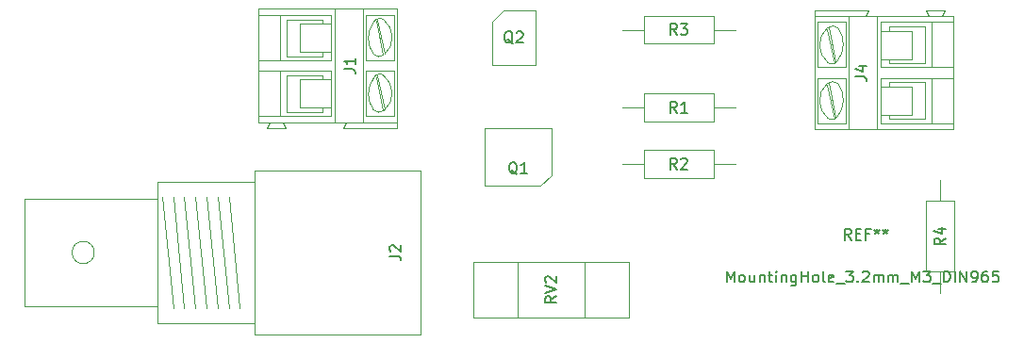
<source format=gbr>
G04 #@! TF.GenerationSoftware,KiCad,Pcbnew,5.0.2-bee76a0~70~ubuntu18.04.1*
G04 #@! TF.CreationDate,2019-02-20T20:53:16+00:00*
G04 #@! TF.ProjectId,led_driver,6c65645f-6472-4697-9665-722e6b696361,rev?*
G04 #@! TF.SameCoordinates,Original*
G04 #@! TF.FileFunction,Other,Fab,Top*
%FSLAX46Y46*%
G04 Gerber Fmt 4.6, Leading zero omitted, Abs format (unit mm)*
G04 Created by KiCad (PCBNEW 5.0.2-bee76a0~70~ubuntu18.04.1) date Wed 20 Feb 2019 20:53:16 GMT*
%MOMM*%
%LPD*%
G01*
G04 APERTURE LIST*
%ADD10C,0.100000*%
%ADD11C,0.150000*%
G04 APERTURE END LIST*
D10*
G04 #@! TO.C,J1*
X172952699Y-70890528D02*
G75*
G03X172024000Y-71033500I-408699J-432972D01*
G01*
X172965534Y-73993476D02*
G75*
G03X172894000Y-70833500I-1361534J1549976D01*
G01*
X172052582Y-70993671D02*
G75*
G03X172014000Y-73983500I1911418J-1519829D01*
G01*
X171980004Y-73939120D02*
G75*
G03X172944000Y-73983500I503996J455620D01*
G01*
X172952699Y-75890528D02*
G75*
G03X172024000Y-76033500I-408699J-432972D01*
G01*
X172955687Y-78991739D02*
G75*
G03X172894000Y-75843500I-1351687J1548239D01*
G01*
X172062263Y-76001167D02*
G75*
G03X172014000Y-78983500I1901737J-1522333D01*
G01*
X171970005Y-78939032D02*
G75*
G03X172944000Y-78993500I513995J455532D01*
G01*
X168144000Y-75813500D02*
X168144000Y-79123500D01*
X168144000Y-75433500D02*
X168144000Y-75813500D01*
X168144000Y-79503500D02*
X168144000Y-79123500D01*
X168534000Y-79123500D02*
X168534000Y-75813500D01*
X168534000Y-80063500D02*
X168534000Y-79123500D01*
X168534000Y-74113500D02*
X168534000Y-75813500D01*
X168534000Y-70813500D02*
X168534000Y-74113500D01*
X168534000Y-69873500D02*
X168534000Y-70813500D01*
X168144000Y-74113500D02*
X168144000Y-70813500D01*
X168144000Y-74493500D02*
X168144000Y-74113500D01*
X168144000Y-70433500D02*
X168144000Y-70813500D01*
X172214000Y-70963500D02*
X172844000Y-74013500D01*
X172344000Y-70833500D02*
X172974000Y-73893500D01*
X172214000Y-75973500D02*
X172844000Y-79013500D01*
X172344000Y-75843500D02*
X172974000Y-78893500D01*
X173864000Y-74493500D02*
X173864000Y-70433500D01*
X171324000Y-70433500D02*
X173864000Y-70433500D01*
X171324000Y-74493500D02*
X171324000Y-70433500D01*
X171324000Y-74493500D02*
X173864000Y-74493500D01*
X171324000Y-79503500D02*
X171324000Y-75433500D01*
X173864000Y-79503500D02*
X171324000Y-79503500D01*
X173864000Y-75433500D02*
X173864000Y-79503500D01*
X171324000Y-75433500D02*
X173864000Y-75433500D01*
X171064000Y-80063500D02*
X169544000Y-80063500D01*
X171064000Y-69873500D02*
X174114000Y-69873500D01*
X171064000Y-69873500D02*
X171064000Y-80063500D01*
X168534000Y-80063500D02*
X163834000Y-80063500D01*
X169544000Y-80063500D02*
X168534000Y-80063500D01*
X168534000Y-69873500D02*
X171064000Y-69873500D01*
X161674000Y-69873500D02*
X168534000Y-69873500D01*
X167384000Y-79123500D02*
X167384000Y-78733500D01*
X167384000Y-75813500D02*
X167384000Y-76193500D01*
X167384000Y-74113500D02*
X167384000Y-73733500D01*
X167384000Y-70813500D02*
X167384000Y-71193500D01*
X164214000Y-70813500D02*
X167384000Y-70813500D01*
X164214000Y-74113500D02*
X164214000Y-70813500D01*
X164214000Y-74113500D02*
X167384000Y-74113500D01*
X164214000Y-75813500D02*
X167384000Y-75813500D01*
X164214000Y-79123500D02*
X164214000Y-75813500D01*
X164214000Y-79123500D02*
X167384000Y-79123500D01*
X163574000Y-70433500D02*
X161674000Y-70433500D01*
X163574000Y-74493500D02*
X168144000Y-74493500D01*
X163574000Y-74493500D02*
X163574000Y-70433500D01*
X163574000Y-79503500D02*
X161674000Y-79503500D01*
X163574000Y-75433500D02*
X168144000Y-75433500D01*
X163574000Y-75433500D02*
X163574000Y-79503500D01*
X161674000Y-70433500D02*
X161674000Y-74493500D01*
X161674000Y-69873500D02*
X161674000Y-70433500D01*
X168144000Y-70433500D02*
X163574000Y-70433500D01*
X161674000Y-74493500D02*
X161674000Y-75433500D01*
X161674000Y-74493500D02*
X163574000Y-74493500D01*
X161674000Y-79503500D02*
X161674000Y-80063500D01*
X161674000Y-75433500D02*
X161674000Y-79503500D01*
X168144000Y-79503500D02*
X163574000Y-79503500D01*
X161674000Y-75433500D02*
X163574000Y-75433500D01*
X164084000Y-80563500D02*
X162434000Y-80563500D01*
X163834000Y-80063500D02*
X162684000Y-80063500D01*
X164084000Y-80563500D02*
X163834000Y-80063500D01*
X162684000Y-80063500D02*
X161674000Y-80063500D01*
X162434000Y-80563500D02*
X162684000Y-80063500D01*
X169294000Y-80563500D02*
X169544000Y-80063500D01*
X174114000Y-80563500D02*
X169294000Y-80563500D01*
X174114000Y-80063500D02*
X174114000Y-80563500D01*
X174114000Y-80063500D02*
X174114000Y-69873500D01*
X174114000Y-80063500D02*
X171064000Y-80063500D01*
X165354000Y-76193500D02*
X168144000Y-76193500D01*
X168144000Y-76193500D02*
X168144000Y-78733500D01*
X165354000Y-78733500D02*
X168144000Y-78733500D01*
X165354000Y-76193500D02*
X165354000Y-78733500D01*
X165354000Y-71193500D02*
X168144000Y-71193500D01*
X168144000Y-71193500D02*
X168144000Y-73733500D01*
X165354000Y-73733500D02*
X168144000Y-73733500D01*
X165354000Y-71193500D02*
X165354000Y-73733500D01*
G04 #@! TO.C,J2*
X153990000Y-96757500D02*
X152990000Y-86757500D01*
X154990000Y-96757500D02*
X153990000Y-86757500D01*
X155990000Y-96757500D02*
X154990000Y-86757500D01*
X156990000Y-96757500D02*
X155990000Y-86757500D01*
X157990000Y-96757500D02*
X156990000Y-86757500D01*
X158990000Y-96757500D02*
X157990000Y-86757500D01*
X146920000Y-91757500D02*
G75*
G03X146920000Y-91757500I-1000000J0D01*
G01*
X152590000Y-86957500D02*
X140690000Y-86957500D01*
X140690000Y-86957500D02*
X140690000Y-96557500D01*
X140690000Y-96557500D02*
X152590000Y-96557500D01*
X161290000Y-85407500D02*
X152590000Y-85407500D01*
X152590000Y-85407500D02*
X152590000Y-98107500D01*
X152590000Y-98107500D02*
X161290000Y-98107500D01*
X176190000Y-99107500D02*
X176190000Y-84407500D01*
X176190000Y-84407500D02*
X161290000Y-84407500D01*
X161290000Y-84407500D02*
X161290000Y-99107500D01*
X161290000Y-99107500D02*
X176190000Y-99107500D01*
X159990000Y-96757500D02*
X158990000Y-86757500D01*
G04 #@! TO.C,J4*
X220345000Y-79365000D02*
X220345000Y-76825000D01*
X220345000Y-76825000D02*
X217555000Y-76825000D01*
X217555000Y-79365000D02*
X217555000Y-76825000D01*
X220345000Y-79365000D02*
X217555000Y-79365000D01*
X220345000Y-74365000D02*
X220345000Y-71825000D01*
X220345000Y-71825000D02*
X217555000Y-71825000D01*
X217555000Y-74365000D02*
X217555000Y-71825000D01*
X220345000Y-74365000D02*
X217555000Y-74365000D01*
X211585000Y-70495000D02*
X214635000Y-70495000D01*
X211585000Y-70495000D02*
X211585000Y-80685000D01*
X211585000Y-70495000D02*
X211585000Y-69995000D01*
X211585000Y-69995000D02*
X216405000Y-69995000D01*
X216405000Y-69995000D02*
X216155000Y-70495000D01*
X223265000Y-69995000D02*
X223015000Y-70495000D01*
X223015000Y-70495000D02*
X224025000Y-70495000D01*
X221615000Y-69995000D02*
X221865000Y-70495000D01*
X221865000Y-70495000D02*
X223015000Y-70495000D01*
X221615000Y-69995000D02*
X223265000Y-69995000D01*
X224025000Y-75125000D02*
X222125000Y-75125000D01*
X217555000Y-71055000D02*
X222125000Y-71055000D01*
X224025000Y-75125000D02*
X224025000Y-71055000D01*
X224025000Y-71055000D02*
X224025000Y-70495000D01*
X224025000Y-76065000D02*
X222125000Y-76065000D01*
X224025000Y-76065000D02*
X224025000Y-75125000D01*
X217555000Y-80125000D02*
X222125000Y-80125000D01*
X224025000Y-80685000D02*
X224025000Y-80125000D01*
X224025000Y-80125000D02*
X224025000Y-76065000D01*
X222125000Y-75125000D02*
X222125000Y-71055000D01*
X222125000Y-75125000D02*
X217555000Y-75125000D01*
X222125000Y-71055000D02*
X224025000Y-71055000D01*
X222125000Y-76065000D02*
X222125000Y-80125000D01*
X222125000Y-76065000D02*
X217555000Y-76065000D01*
X222125000Y-80125000D02*
X224025000Y-80125000D01*
X221485000Y-71435000D02*
X218315000Y-71435000D01*
X221485000Y-71435000D02*
X221485000Y-74745000D01*
X221485000Y-74745000D02*
X218315000Y-74745000D01*
X221485000Y-76445000D02*
X218315000Y-76445000D01*
X221485000Y-76445000D02*
X221485000Y-79745000D01*
X221485000Y-79745000D02*
X218315000Y-79745000D01*
X218315000Y-79745000D02*
X218315000Y-79365000D01*
X218315000Y-76445000D02*
X218315000Y-76825000D01*
X218315000Y-74745000D02*
X218315000Y-74365000D01*
X218315000Y-71435000D02*
X218315000Y-71825000D01*
X224025000Y-80685000D02*
X217165000Y-80685000D01*
X217165000Y-80685000D02*
X214635000Y-80685000D01*
X216155000Y-70495000D02*
X217165000Y-70495000D01*
X217165000Y-70495000D02*
X221865000Y-70495000D01*
X214635000Y-80685000D02*
X214635000Y-70495000D01*
X214635000Y-80685000D02*
X211585000Y-80685000D01*
X214635000Y-70495000D02*
X216155000Y-70495000D01*
X214375000Y-75125000D02*
X211835000Y-75125000D01*
X211835000Y-75125000D02*
X211835000Y-71055000D01*
X211835000Y-71055000D02*
X214375000Y-71055000D01*
X214375000Y-71055000D02*
X214375000Y-75125000D01*
X214375000Y-76065000D02*
X211835000Y-76065000D01*
X214375000Y-76065000D02*
X214375000Y-80125000D01*
X214375000Y-80125000D02*
X211835000Y-80125000D01*
X211835000Y-76065000D02*
X211835000Y-80125000D01*
X213355000Y-74715000D02*
X212725000Y-71665000D01*
X213485000Y-74585000D02*
X212855000Y-71545000D01*
X213355000Y-79725000D02*
X212725000Y-76665000D01*
X213485000Y-79595000D02*
X212855000Y-76545000D01*
X217555000Y-80125000D02*
X217555000Y-79745000D01*
X217555000Y-76065000D02*
X217555000Y-76445000D01*
X217555000Y-76445000D02*
X217555000Y-79745000D01*
X217165000Y-80685000D02*
X217165000Y-79745000D01*
X217165000Y-79745000D02*
X217165000Y-76445000D01*
X217165000Y-76445000D02*
X217165000Y-74745000D01*
X217165000Y-70495000D02*
X217165000Y-71435000D01*
X217165000Y-71435000D02*
X217165000Y-74745000D01*
X217555000Y-71055000D02*
X217555000Y-71435000D01*
X217555000Y-75125000D02*
X217555000Y-74745000D01*
X217555000Y-74745000D02*
X217555000Y-71435000D01*
X213728995Y-71619468D02*
G75*
G03X212755000Y-71565000I-513995J-455532D01*
G01*
X213636737Y-74557333D02*
G75*
G03X213685000Y-71575000I-1901737J1522333D01*
G01*
X212743313Y-71566761D02*
G75*
G03X212805000Y-74715000I1351687J-1548239D01*
G01*
X212746301Y-74667972D02*
G75*
G03X213675000Y-74525000I408699J432972D01*
G01*
X213718996Y-76619380D02*
G75*
G03X212755000Y-76575000I-503996J-455620D01*
G01*
X213646418Y-79564829D02*
G75*
G03X213685000Y-76575000I-1911418J1519829D01*
G01*
X212733466Y-76565024D02*
G75*
G03X212805000Y-79725000I1361534J-1549976D01*
G01*
X212746301Y-79667972D02*
G75*
G03X213675000Y-79525000I408699J432972D01*
G01*
G04 #@! TO.C,Q1*
X186975500Y-85785000D02*
X181975500Y-85785000D01*
X187975500Y-80585000D02*
X187975500Y-84785000D01*
X181975500Y-80585000D02*
X187975500Y-80585000D01*
X181975500Y-85785000D02*
X181975500Y-80585000D01*
X186975500Y-85785000D02*
X187975500Y-84785000D01*
G04 #@! TO.C,Q2*
X183644500Y-70003500D02*
X186544500Y-70003500D01*
X186544500Y-70003500D02*
X186544500Y-74903500D01*
X186544500Y-74903500D02*
X182644500Y-74903500D01*
X182644500Y-74903500D02*
X182644500Y-71003500D01*
X182644500Y-71003500D02*
X183644500Y-70003500D01*
G04 #@! TO.C,R1*
X194310000Y-78740000D02*
X196240000Y-78740000D01*
X204470000Y-78740000D02*
X202540000Y-78740000D01*
X196240000Y-79990000D02*
X202540000Y-79990000D01*
X196240000Y-77490000D02*
X196240000Y-79990000D01*
X202540000Y-77490000D02*
X196240000Y-77490000D01*
X202540000Y-79990000D02*
X202540000Y-77490000D01*
G04 #@! TO.C,R2*
X194310000Y-83820000D02*
X196240000Y-83820000D01*
X204470000Y-83820000D02*
X202540000Y-83820000D01*
X196240000Y-85070000D02*
X202540000Y-85070000D01*
X196240000Y-82570000D02*
X196240000Y-85070000D01*
X202540000Y-82570000D02*
X196240000Y-82570000D01*
X202540000Y-85070000D02*
X202540000Y-82570000D01*
G04 #@! TO.C,R3*
X196240000Y-70505000D02*
X196240000Y-73005000D01*
X196240000Y-73005000D02*
X202540000Y-73005000D01*
X202540000Y-73005000D02*
X202540000Y-70505000D01*
X202540000Y-70505000D02*
X196240000Y-70505000D01*
X194310000Y-71755000D02*
X196240000Y-71755000D01*
X204470000Y-71755000D02*
X202540000Y-71755000D01*
G04 #@! TO.C,R4*
X221635000Y-93447000D02*
X224135000Y-93447000D01*
X224135000Y-93447000D02*
X224135000Y-87147000D01*
X224135000Y-87147000D02*
X221635000Y-87147000D01*
X221635000Y-87147000D02*
X221635000Y-93447000D01*
X222885000Y-95377000D02*
X222885000Y-93447000D01*
X222885000Y-85217000D02*
X222885000Y-87147000D01*
G04 #@! TO.C,RV2*
X180943500Y-92599500D02*
X194943500Y-92599500D01*
X194943500Y-92599500D02*
X194943500Y-97599500D01*
X194943500Y-97599500D02*
X180943500Y-97599500D01*
X180943500Y-97599500D02*
X180943500Y-92599500D01*
X184943500Y-97599500D02*
X190943500Y-97599500D01*
X190943500Y-97599500D02*
X190943500Y-92599500D01*
X190943500Y-92599500D02*
X184943500Y-92599500D01*
X184943500Y-92599500D02*
X184943500Y-97599500D01*
G04 #@! TD*
G04 #@! TO.C,J1*
D11*
X169346380Y-75286833D02*
X170060666Y-75286833D01*
X170203523Y-75334452D01*
X170298761Y-75429690D01*
X170346380Y-75572547D01*
X170346380Y-75667785D01*
X170346380Y-74286833D02*
X170346380Y-74858261D01*
X170346380Y-74572547D02*
X169346380Y-74572547D01*
X169489238Y-74667785D01*
X169584476Y-74763023D01*
X169632095Y-74858261D01*
G04 #@! TO.C,J2*
X173442380Y-92090833D02*
X174156666Y-92090833D01*
X174299523Y-92138452D01*
X174394761Y-92233690D01*
X174442380Y-92376547D01*
X174442380Y-92471785D01*
X173537619Y-91662261D02*
X173490000Y-91614642D01*
X173442380Y-91519404D01*
X173442380Y-91281309D01*
X173490000Y-91186071D01*
X173537619Y-91138452D01*
X173632857Y-91090833D01*
X173728095Y-91090833D01*
X173870952Y-91138452D01*
X174442380Y-91709880D01*
X174442380Y-91090833D01*
G04 #@! TO.C,J4*
X215257380Y-75938333D02*
X215971666Y-75938333D01*
X216114523Y-75985952D01*
X216209761Y-76081190D01*
X216257380Y-76224047D01*
X216257380Y-76319285D01*
X215590714Y-75033571D02*
X216257380Y-75033571D01*
X215209761Y-75271666D02*
X215924047Y-75509761D01*
X215924047Y-74890714D01*
G04 #@! TO.C,Q1*
X184880261Y-84732619D02*
X184785023Y-84685000D01*
X184689785Y-84589761D01*
X184546928Y-84446904D01*
X184451690Y-84399285D01*
X184356452Y-84399285D01*
X184404071Y-84637380D02*
X184308833Y-84589761D01*
X184213595Y-84494523D01*
X184165976Y-84304047D01*
X184165976Y-83970714D01*
X184213595Y-83780238D01*
X184308833Y-83685000D01*
X184404071Y-83637380D01*
X184594547Y-83637380D01*
X184689785Y-83685000D01*
X184785023Y-83780238D01*
X184832642Y-83970714D01*
X184832642Y-84304047D01*
X184785023Y-84494523D01*
X184689785Y-84589761D01*
X184594547Y-84637380D01*
X184404071Y-84637380D01*
X185785023Y-84637380D02*
X185213595Y-84637380D01*
X185499309Y-84637380D02*
X185499309Y-83637380D01*
X185404071Y-83780238D01*
X185308833Y-83875476D01*
X185213595Y-83923095D01*
G04 #@! TO.C,Q2*
X184499261Y-73001119D02*
X184404023Y-72953500D01*
X184308785Y-72858261D01*
X184165928Y-72715404D01*
X184070690Y-72667785D01*
X183975452Y-72667785D01*
X184023071Y-72905880D02*
X183927833Y-72858261D01*
X183832595Y-72763023D01*
X183784976Y-72572547D01*
X183784976Y-72239214D01*
X183832595Y-72048738D01*
X183927833Y-71953500D01*
X184023071Y-71905880D01*
X184213547Y-71905880D01*
X184308785Y-71953500D01*
X184404023Y-72048738D01*
X184451642Y-72239214D01*
X184451642Y-72572547D01*
X184404023Y-72763023D01*
X184308785Y-72858261D01*
X184213547Y-72905880D01*
X184023071Y-72905880D01*
X184832595Y-72001119D02*
X184880214Y-71953500D01*
X184975452Y-71905880D01*
X185213547Y-71905880D01*
X185308785Y-71953500D01*
X185356404Y-72001119D01*
X185404023Y-72096357D01*
X185404023Y-72191595D01*
X185356404Y-72334452D01*
X184784976Y-72905880D01*
X185404023Y-72905880D01*
G04 #@! TO.C,R1*
X199223333Y-79192380D02*
X198890000Y-78716190D01*
X198651904Y-79192380D02*
X198651904Y-78192380D01*
X199032857Y-78192380D01*
X199128095Y-78240000D01*
X199175714Y-78287619D01*
X199223333Y-78382857D01*
X199223333Y-78525714D01*
X199175714Y-78620952D01*
X199128095Y-78668571D01*
X199032857Y-78716190D01*
X198651904Y-78716190D01*
X200175714Y-79192380D02*
X199604285Y-79192380D01*
X199890000Y-79192380D02*
X199890000Y-78192380D01*
X199794761Y-78335238D01*
X199699523Y-78430476D01*
X199604285Y-78478095D01*
G04 #@! TO.C,R2*
X199223333Y-84272380D02*
X198890000Y-83796190D01*
X198651904Y-84272380D02*
X198651904Y-83272380D01*
X199032857Y-83272380D01*
X199128095Y-83320000D01*
X199175714Y-83367619D01*
X199223333Y-83462857D01*
X199223333Y-83605714D01*
X199175714Y-83700952D01*
X199128095Y-83748571D01*
X199032857Y-83796190D01*
X198651904Y-83796190D01*
X199604285Y-83367619D02*
X199651904Y-83320000D01*
X199747142Y-83272380D01*
X199985238Y-83272380D01*
X200080476Y-83320000D01*
X200128095Y-83367619D01*
X200175714Y-83462857D01*
X200175714Y-83558095D01*
X200128095Y-83700952D01*
X199556666Y-84272380D01*
X200175714Y-84272380D01*
G04 #@! TO.C,R3*
X199223333Y-72207380D02*
X198890000Y-71731190D01*
X198651904Y-72207380D02*
X198651904Y-71207380D01*
X199032857Y-71207380D01*
X199128095Y-71255000D01*
X199175714Y-71302619D01*
X199223333Y-71397857D01*
X199223333Y-71540714D01*
X199175714Y-71635952D01*
X199128095Y-71683571D01*
X199032857Y-71731190D01*
X198651904Y-71731190D01*
X199556666Y-71207380D02*
X200175714Y-71207380D01*
X199842380Y-71588333D01*
X199985238Y-71588333D01*
X200080476Y-71635952D01*
X200128095Y-71683571D01*
X200175714Y-71778809D01*
X200175714Y-72016904D01*
X200128095Y-72112142D01*
X200080476Y-72159761D01*
X199985238Y-72207380D01*
X199699523Y-72207380D01*
X199604285Y-72159761D01*
X199556666Y-72112142D01*
G04 #@! TO.C,R4*
X223337380Y-90463666D02*
X222861190Y-90797000D01*
X223337380Y-91035095D02*
X222337380Y-91035095D01*
X222337380Y-90654142D01*
X222385000Y-90558904D01*
X222432619Y-90511285D01*
X222527857Y-90463666D01*
X222670714Y-90463666D01*
X222765952Y-90511285D01*
X222813571Y-90558904D01*
X222861190Y-90654142D01*
X222861190Y-91035095D01*
X222670714Y-89606523D02*
X223337380Y-89606523D01*
X222289761Y-89844619D02*
X223004047Y-90082714D01*
X223004047Y-89463666D01*
G04 #@! TO.C,RV2*
X188395880Y-95694738D02*
X187919690Y-96028071D01*
X188395880Y-96266166D02*
X187395880Y-96266166D01*
X187395880Y-95885214D01*
X187443500Y-95789976D01*
X187491119Y-95742357D01*
X187586357Y-95694738D01*
X187729214Y-95694738D01*
X187824452Y-95742357D01*
X187872071Y-95789976D01*
X187919690Y-95885214D01*
X187919690Y-96266166D01*
X187395880Y-95409023D02*
X188395880Y-95075690D01*
X187395880Y-94742357D01*
X187491119Y-94456642D02*
X187443500Y-94409023D01*
X187395880Y-94313785D01*
X187395880Y-94075690D01*
X187443500Y-93980452D01*
X187491119Y-93932833D01*
X187586357Y-93885214D01*
X187681595Y-93885214D01*
X187824452Y-93932833D01*
X188395880Y-94504261D01*
X188395880Y-93885214D01*
G04 #@! TO.C,REF\002A\002A*
X203709523Y-94422380D02*
X203709523Y-93422380D01*
X204042857Y-94136666D01*
X204376190Y-93422380D01*
X204376190Y-94422380D01*
X204995238Y-94422380D02*
X204900000Y-94374761D01*
X204852380Y-94327142D01*
X204804761Y-94231904D01*
X204804761Y-93946190D01*
X204852380Y-93850952D01*
X204900000Y-93803333D01*
X204995238Y-93755714D01*
X205138095Y-93755714D01*
X205233333Y-93803333D01*
X205280952Y-93850952D01*
X205328571Y-93946190D01*
X205328571Y-94231904D01*
X205280952Y-94327142D01*
X205233333Y-94374761D01*
X205138095Y-94422380D01*
X204995238Y-94422380D01*
X206185714Y-93755714D02*
X206185714Y-94422380D01*
X205757142Y-93755714D02*
X205757142Y-94279523D01*
X205804761Y-94374761D01*
X205900000Y-94422380D01*
X206042857Y-94422380D01*
X206138095Y-94374761D01*
X206185714Y-94327142D01*
X206661904Y-93755714D02*
X206661904Y-94422380D01*
X206661904Y-93850952D02*
X206709523Y-93803333D01*
X206804761Y-93755714D01*
X206947619Y-93755714D01*
X207042857Y-93803333D01*
X207090476Y-93898571D01*
X207090476Y-94422380D01*
X207423809Y-93755714D02*
X207804761Y-93755714D01*
X207566666Y-93422380D02*
X207566666Y-94279523D01*
X207614285Y-94374761D01*
X207709523Y-94422380D01*
X207804761Y-94422380D01*
X208138095Y-94422380D02*
X208138095Y-93755714D01*
X208138095Y-93422380D02*
X208090476Y-93470000D01*
X208138095Y-93517619D01*
X208185714Y-93470000D01*
X208138095Y-93422380D01*
X208138095Y-93517619D01*
X208614285Y-93755714D02*
X208614285Y-94422380D01*
X208614285Y-93850952D02*
X208661904Y-93803333D01*
X208757142Y-93755714D01*
X208900000Y-93755714D01*
X208995238Y-93803333D01*
X209042857Y-93898571D01*
X209042857Y-94422380D01*
X209947619Y-93755714D02*
X209947619Y-94565238D01*
X209900000Y-94660476D01*
X209852380Y-94708095D01*
X209757142Y-94755714D01*
X209614285Y-94755714D01*
X209519047Y-94708095D01*
X209947619Y-94374761D02*
X209852380Y-94422380D01*
X209661904Y-94422380D01*
X209566666Y-94374761D01*
X209519047Y-94327142D01*
X209471428Y-94231904D01*
X209471428Y-93946190D01*
X209519047Y-93850952D01*
X209566666Y-93803333D01*
X209661904Y-93755714D01*
X209852380Y-93755714D01*
X209947619Y-93803333D01*
X210423809Y-94422380D02*
X210423809Y-93422380D01*
X210423809Y-93898571D02*
X210995238Y-93898571D01*
X210995238Y-94422380D02*
X210995238Y-93422380D01*
X211614285Y-94422380D02*
X211519047Y-94374761D01*
X211471428Y-94327142D01*
X211423809Y-94231904D01*
X211423809Y-93946190D01*
X211471428Y-93850952D01*
X211519047Y-93803333D01*
X211614285Y-93755714D01*
X211757142Y-93755714D01*
X211852380Y-93803333D01*
X211900000Y-93850952D01*
X211947619Y-93946190D01*
X211947619Y-94231904D01*
X211900000Y-94327142D01*
X211852380Y-94374761D01*
X211757142Y-94422380D01*
X211614285Y-94422380D01*
X212519047Y-94422380D02*
X212423809Y-94374761D01*
X212376190Y-94279523D01*
X212376190Y-93422380D01*
X213280952Y-94374761D02*
X213185714Y-94422380D01*
X212995238Y-94422380D01*
X212900000Y-94374761D01*
X212852380Y-94279523D01*
X212852380Y-93898571D01*
X212900000Y-93803333D01*
X212995238Y-93755714D01*
X213185714Y-93755714D01*
X213280952Y-93803333D01*
X213328571Y-93898571D01*
X213328571Y-93993809D01*
X212852380Y-94089047D01*
X213519047Y-94517619D02*
X214280952Y-94517619D01*
X214423809Y-93422380D02*
X215042857Y-93422380D01*
X214709523Y-93803333D01*
X214852380Y-93803333D01*
X214947619Y-93850952D01*
X214995238Y-93898571D01*
X215042857Y-93993809D01*
X215042857Y-94231904D01*
X214995238Y-94327142D01*
X214947619Y-94374761D01*
X214852380Y-94422380D01*
X214566666Y-94422380D01*
X214471428Y-94374761D01*
X214423809Y-94327142D01*
X215471428Y-94327142D02*
X215519047Y-94374761D01*
X215471428Y-94422380D01*
X215423809Y-94374761D01*
X215471428Y-94327142D01*
X215471428Y-94422380D01*
X215900000Y-93517619D02*
X215947619Y-93470000D01*
X216042857Y-93422380D01*
X216280952Y-93422380D01*
X216376190Y-93470000D01*
X216423809Y-93517619D01*
X216471428Y-93612857D01*
X216471428Y-93708095D01*
X216423809Y-93850952D01*
X215852380Y-94422380D01*
X216471428Y-94422380D01*
X216900000Y-94422380D02*
X216900000Y-93755714D01*
X216900000Y-93850952D02*
X216947619Y-93803333D01*
X217042857Y-93755714D01*
X217185714Y-93755714D01*
X217280952Y-93803333D01*
X217328571Y-93898571D01*
X217328571Y-94422380D01*
X217328571Y-93898571D02*
X217376190Y-93803333D01*
X217471428Y-93755714D01*
X217614285Y-93755714D01*
X217709523Y-93803333D01*
X217757142Y-93898571D01*
X217757142Y-94422380D01*
X218233333Y-94422380D02*
X218233333Y-93755714D01*
X218233333Y-93850952D02*
X218280952Y-93803333D01*
X218376190Y-93755714D01*
X218519047Y-93755714D01*
X218614285Y-93803333D01*
X218661904Y-93898571D01*
X218661904Y-94422380D01*
X218661904Y-93898571D02*
X218709523Y-93803333D01*
X218804761Y-93755714D01*
X218947619Y-93755714D01*
X219042857Y-93803333D01*
X219090476Y-93898571D01*
X219090476Y-94422380D01*
X219328571Y-94517619D02*
X220090476Y-94517619D01*
X220328571Y-94422380D02*
X220328571Y-93422380D01*
X220661904Y-94136666D01*
X220995238Y-93422380D01*
X220995238Y-94422380D01*
X221376190Y-93422380D02*
X221995238Y-93422380D01*
X221661904Y-93803333D01*
X221804761Y-93803333D01*
X221900000Y-93850952D01*
X221947619Y-93898571D01*
X221995238Y-93993809D01*
X221995238Y-94231904D01*
X221947619Y-94327142D01*
X221900000Y-94374761D01*
X221804761Y-94422380D01*
X221519047Y-94422380D01*
X221423809Y-94374761D01*
X221376190Y-94327142D01*
X222185714Y-94517619D02*
X222947619Y-94517619D01*
X223185714Y-94422380D02*
X223185714Y-93422380D01*
X223423809Y-93422380D01*
X223566666Y-93470000D01*
X223661904Y-93565238D01*
X223709523Y-93660476D01*
X223757142Y-93850952D01*
X223757142Y-93993809D01*
X223709523Y-94184285D01*
X223661904Y-94279523D01*
X223566666Y-94374761D01*
X223423809Y-94422380D01*
X223185714Y-94422380D01*
X224185714Y-94422380D02*
X224185714Y-93422380D01*
X224661904Y-94422380D02*
X224661904Y-93422380D01*
X225233333Y-94422380D01*
X225233333Y-93422380D01*
X225757142Y-94422380D02*
X225947619Y-94422380D01*
X226042857Y-94374761D01*
X226090476Y-94327142D01*
X226185714Y-94184285D01*
X226233333Y-93993809D01*
X226233333Y-93612857D01*
X226185714Y-93517619D01*
X226138095Y-93470000D01*
X226042857Y-93422380D01*
X225852380Y-93422380D01*
X225757142Y-93470000D01*
X225709523Y-93517619D01*
X225661904Y-93612857D01*
X225661904Y-93850952D01*
X225709523Y-93946190D01*
X225757142Y-93993809D01*
X225852380Y-94041428D01*
X226042857Y-94041428D01*
X226138095Y-93993809D01*
X226185714Y-93946190D01*
X226233333Y-93850952D01*
X227090476Y-93422380D02*
X226900000Y-93422380D01*
X226804761Y-93470000D01*
X226757142Y-93517619D01*
X226661904Y-93660476D01*
X226614285Y-93850952D01*
X226614285Y-94231904D01*
X226661904Y-94327142D01*
X226709523Y-94374761D01*
X226804761Y-94422380D01*
X226995238Y-94422380D01*
X227090476Y-94374761D01*
X227138095Y-94327142D01*
X227185714Y-94231904D01*
X227185714Y-93993809D01*
X227138095Y-93898571D01*
X227090476Y-93850952D01*
X226995238Y-93803333D01*
X226804761Y-93803333D01*
X226709523Y-93850952D01*
X226661904Y-93898571D01*
X226614285Y-93993809D01*
X228090476Y-93422380D02*
X227614285Y-93422380D01*
X227566666Y-93898571D01*
X227614285Y-93850952D01*
X227709523Y-93803333D01*
X227947619Y-93803333D01*
X228042857Y-93850952D01*
X228090476Y-93898571D01*
X228138095Y-93993809D01*
X228138095Y-94231904D01*
X228090476Y-94327142D01*
X228042857Y-94374761D01*
X227947619Y-94422380D01*
X227709523Y-94422380D01*
X227614285Y-94374761D01*
X227566666Y-94327142D01*
X214866666Y-90622380D02*
X214533333Y-90146190D01*
X214295238Y-90622380D02*
X214295238Y-89622380D01*
X214676190Y-89622380D01*
X214771428Y-89670000D01*
X214819047Y-89717619D01*
X214866666Y-89812857D01*
X214866666Y-89955714D01*
X214819047Y-90050952D01*
X214771428Y-90098571D01*
X214676190Y-90146190D01*
X214295238Y-90146190D01*
X215295238Y-90098571D02*
X215628571Y-90098571D01*
X215771428Y-90622380D02*
X215295238Y-90622380D01*
X215295238Y-89622380D01*
X215771428Y-89622380D01*
X216533333Y-90098571D02*
X216200000Y-90098571D01*
X216200000Y-90622380D02*
X216200000Y-89622380D01*
X216676190Y-89622380D01*
X217200000Y-89622380D02*
X217200000Y-89860476D01*
X216961904Y-89765238D02*
X217200000Y-89860476D01*
X217438095Y-89765238D01*
X217057142Y-90050952D02*
X217200000Y-89860476D01*
X217342857Y-90050952D01*
X217961904Y-89622380D02*
X217961904Y-89860476D01*
X217723809Y-89765238D02*
X217961904Y-89860476D01*
X218200000Y-89765238D01*
X217819047Y-90050952D02*
X217961904Y-89860476D01*
X218104761Y-90050952D01*
G04 #@! TD*
M02*

</source>
